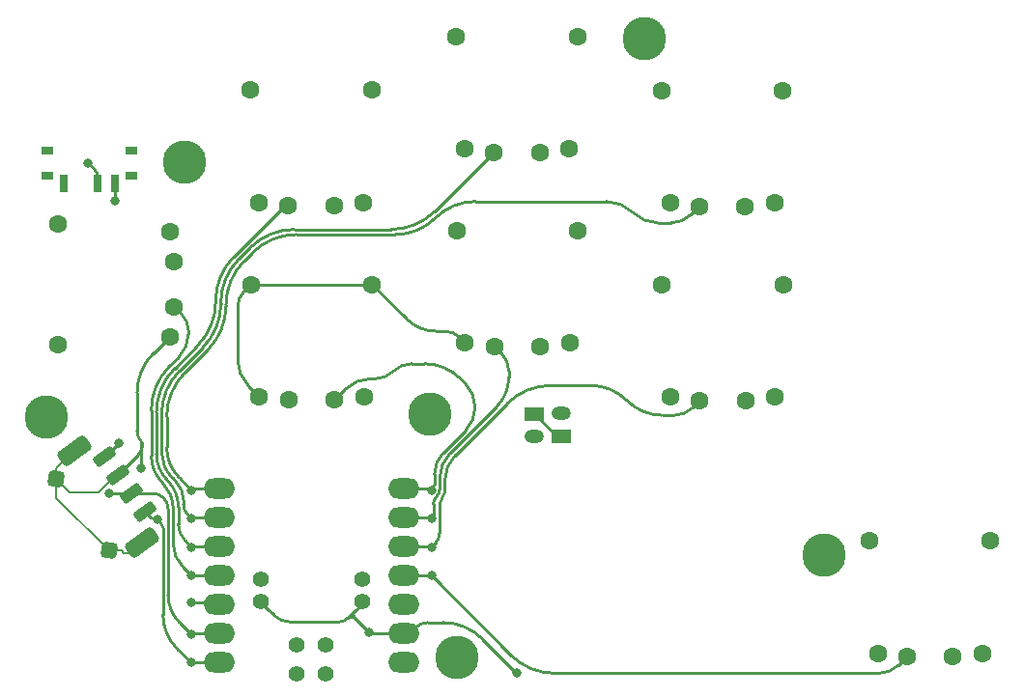
<source format=gbr>
%TF.GenerationSoftware,KiCad,Pcbnew,8.0.2*%
%TF.CreationDate,2024-07-15T13:11:32-05:00*%
%TF.ProjectId,bonsai,626f6e73-6169-42e6-9b69-6361645f7063,v1*%
%TF.SameCoordinates,Original*%
%TF.FileFunction,Copper,L2,Bot*%
%TF.FilePolarity,Positive*%
%FSLAX46Y46*%
G04 Gerber Fmt 4.6, Leading zero omitted, Abs format (unit mm)*
G04 Created by KiCad (PCBNEW 8.0.2) date 2024-07-15 13:11:32*
%MOMM*%
%LPD*%
G01*
G04 APERTURE LIST*
G04 Aperture macros list*
%AMRoundRect*
0 Rectangle with rounded corners*
0 $1 Rounding radius*
0 $2 $3 $4 $5 $6 $7 $8 $9 X,Y pos of 4 corners*
0 Add a 4 corners polygon primitive as box body*
4,1,4,$2,$3,$4,$5,$6,$7,$8,$9,$2,$3,0*
0 Add four circle primitives for the rounded corners*
1,1,$1+$1,$2,$3*
1,1,$1+$1,$4,$5*
1,1,$1+$1,$6,$7*
1,1,$1+$1,$8,$9*
0 Add four rect primitives between the rounded corners*
20,1,$1+$1,$2,$3,$4,$5,0*
20,1,$1+$1,$4,$5,$6,$7,0*
20,1,$1+$1,$6,$7,$8,$9,0*
20,1,$1+$1,$8,$9,$2,$3,0*%
%AMRotRect*
0 Rectangle, with rotation*
0 The origin of the aperture is its center*
0 $1 length*
0 $2 width*
0 $3 Rotation angle, in degrees counterclockwise*
0 Add horizontal line*
21,1,$1,$2,0,0,$3*%
G04 Aperture macros list end*
%TA.AperFunction,ComponentPad*%
%ADD10C,1.600000*%
%TD*%
%TA.AperFunction,ComponentPad*%
%ADD11C,3.800000*%
%TD*%
%TA.AperFunction,ComponentPad*%
%ADD12R,1.700000X1.200000*%
%TD*%
%TA.AperFunction,ComponentPad*%
%ADD13O,1.700000X1.200000*%
%TD*%
%TA.AperFunction,ComponentPad*%
%ADD14C,1.397000*%
%TD*%
%TA.AperFunction,SMDPad,CuDef*%
%ADD15O,2.750000X1.800000*%
%TD*%
%TA.AperFunction,SMDPad,CuDef*%
%ADD16R,1.000000X0.800000*%
%TD*%
%TA.AperFunction,SMDPad,CuDef*%
%ADD17R,0.700000X1.500000*%
%TD*%
%TA.AperFunction,SMDPad,CuDef*%
%ADD18RotRect,0.700000X1.500000X0.001000*%
%TD*%
%TA.AperFunction,SMDPad,CuDef*%
%ADD19RoundRect,0.250000X-0.752025X-0.243841X-0.455316X-0.646288X0.752025X0.243841X0.455316X0.646288X0*%
%TD*%
%TA.AperFunction,SMDPad,CuDef*%
%ADD20RoundRect,0.375000X-1.128038X-0.365761X-0.682973X-0.969431X1.128038X0.365761X0.682973X0.969431X0*%
%TD*%
%TA.AperFunction,SMDPad,CuDef*%
%ADD21RoundRect,0.350000X-0.398402X-0.293727X0.293727X-0.398402X0.398402X0.293727X-0.293727X0.398402X0*%
%TD*%
%TA.AperFunction,ViaPad*%
%ADD22C,0.800000*%
%TD*%
%TA.AperFunction,Conductor*%
%ADD23C,0.200000*%
%TD*%
%TA.AperFunction,Conductor*%
%ADD24C,0.250000*%
%TD*%
G04 APERTURE END LIST*
D10*
%TO.P,REF\u002A\u002A,1*%
%TO.N,K3*%
X38566400Y-49789000D03*
X42566400Y-49789000D03*
%TO.P,REF\u002A\u002A,2*%
%TO.N,GND*%
X35986400Y-49489000D03*
X45146400Y-49489000D03*
%TO.P,REF\u002A\u002A,4*%
X45866400Y-39639000D03*
%TO.P,REF\u002A\u002A,5*%
X35266400Y-39639000D03*
%TD*%
%TO.P,REF\u002A\u002A,1*%
%TO.N,K4*%
X74566400Y-32789000D03*
X78566400Y-32789000D03*
%TO.P,REF\u002A\u002A,2*%
%TO.N,GND*%
X71986400Y-32489000D03*
X81146400Y-32489000D03*
%TO.P,REF\u002A\u002A,4*%
%TO.N,N/C*%
X81866400Y-22639000D03*
%TO.P,REF\u002A\u002A,5*%
X71266400Y-22639000D03*
%TD*%
%TO.P,REF\u002A\u002A,1*%
%TO.N,K0*%
X92766400Y-72289000D03*
X96766400Y-72289000D03*
%TO.P,REF\u002A\u002A,2*%
%TO.N,GND*%
X90186400Y-71989000D03*
X99346400Y-71989000D03*
%TO.P,REF\u002A\u002A,4*%
%TO.N,N/C*%
X100066400Y-62139000D03*
%TO.P,REF\u002A\u002A,5*%
X89466400Y-62139000D03*
%TD*%
D11*
%TO.P,REF\u002A\u002A,1*%
%TO.N,N/C*%
X85500000Y-63350000D03*
%TD*%
%TO.P,REF\u002A\u002A,1*%
%TO.N,N/C*%
X53300000Y-72350000D03*
%TD*%
D10*
%TO.P,REF\u002A\u002A,1*%
%TO.N,K2*%
X56600000Y-45075000D03*
X60600000Y-45075000D03*
%TO.P,REF\u002A\u002A,2*%
%TO.N,GND*%
X54020000Y-44775000D03*
X63180000Y-44775000D03*
%TO.P,REF\u002A\u002A,4*%
%TO.N,N/C*%
X63900000Y-34925000D03*
%TO.P,REF\u002A\u002A,5*%
X53300000Y-34925000D03*
%TD*%
%TO.P,REF\u002A\u002A,1*%
%TO.N,K6*%
X38532800Y-32753000D03*
X42532800Y-32753000D03*
%TO.P,REF\u002A\u002A,2*%
%TO.N,GND*%
X35952800Y-32453000D03*
X45112800Y-32453000D03*
%TO.P,REF\u002A\u002A,4*%
%TO.N,N/C*%
X45832800Y-22603000D03*
%TO.P,REF\u002A\u002A,5*%
X35232800Y-22603000D03*
%TD*%
D11*
%TO.P,,1*%
%TO.N,N/C*%
X50950000Y-51050000D03*
%TD*%
D12*
%TO.P,REF\u002A\u002A,1*%
%TO.N,GND*%
X60066400Y-50989000D03*
D13*
%TO.P,REF\u002A\u002A,2*%
%TO.N,Bat+*%
X60066400Y-52989000D03*
%TD*%
D11*
%TO.P,REF\u002A\u002A,1*%
%TO.N,N/C*%
X29450000Y-28900000D03*
%TD*%
%TO.P,REF\u002A\u002A,1*%
%TO.N,N/C*%
X69700000Y-18050000D03*
%TD*%
%TO.P,REF\u002A\u002A,1*%
%TO.N,N/C*%
X17300000Y-51300000D03*
%TD*%
D10*
%TO.P,REF\u002A\u002A,1*%
%TO.N,K5*%
X56566400Y-28039000D03*
X60566400Y-28039000D03*
%TO.P,REF\u002A\u002A,2*%
%TO.N,GND*%
X53986400Y-27739000D03*
X63146400Y-27739000D03*
%TO.P,REF\u002A\u002A,4*%
%TO.N,N/C*%
X63866400Y-17889000D03*
%TO.P,REF\u002A\u002A,5*%
X53266400Y-17889000D03*
%TD*%
%TO.P,REF\u002A\u002A,1*%
%TO.N,K1*%
X74600000Y-49825000D03*
X78600000Y-49825000D03*
%TO.P,REF\u002A\u002A,2*%
%TO.N,GND*%
X72020000Y-49525000D03*
X81180000Y-49525000D03*
%TO.P,REF\u002A\u002A,4*%
%TO.N,N/C*%
X81900000Y-39675000D03*
%TO.P,REF\u002A\u002A,5*%
X71300000Y-39675000D03*
%TD*%
D14*
%TO.P,U?,19*%
%TO.N,RAW*%
X45041440Y-65510000D03*
X36151440Y-65510000D03*
%TO.P,U?,20*%
%TO.N,GND*%
X45041440Y-67415000D03*
X36151440Y-67415000D03*
%TD*%
D10*
%TO.P,REF\u002A\u002A,1*%
%TO.N,K7*%
X28466400Y-41639000D03*
X28466400Y-37639000D03*
%TO.P,REF\u002A\u002A,2*%
%TO.N,GND*%
X28166400Y-44219000D03*
X28166400Y-35059000D03*
%TO.P,REF\u002A\u002A,4*%
%TO.N,N/C*%
X18316400Y-34339000D03*
%TO.P,REF\u002A\u002A,5*%
X18316400Y-44939000D03*
%TD*%
D12*
%TO.P,REF\u002A\u002A,1*%
%TO.N,GND*%
X62450000Y-52975000D03*
D13*
%TO.P,REF\u002A\u002A,2*%
%TO.N,Bat+*%
X62450000Y-50975002D03*
%TD*%
D15*
%TO.P,U?,1*%
%TO.N,F1*%
X32471440Y-72809000D03*
%TO.P,U?,2*%
%TO.N,F2*%
X32471440Y-70269000D03*
%TO.P,U?,3*%
%TO.N,F3*%
X32471440Y-67729000D03*
%TO.P,U?,4*%
%TO.N,K7*%
X32471440Y-65189000D03*
%TO.P,U?,5*%
%TO.N,K6*%
X32471440Y-62649000D03*
%TO.P,U?,6*%
%TO.N,K5*%
X32471440Y-60109000D03*
%TO.P,U?,7*%
%TO.N,K4*%
X32471440Y-57569000D03*
%TO.P,U?,8*%
%TO.N,K3*%
X48661360Y-57569000D03*
%TO.P,U?,9*%
%TO.N,K2*%
X48661360Y-60109000D03*
%TO.P,U?,10*%
%TO.N,K1*%
X48661360Y-62649000D03*
%TO.P,U?,11*%
%TO.N,K0*%
X48661360Y-65189000D03*
%TO.P,U?,12*%
%TO.N,N/C*%
X48661360Y-67729000D03*
%TO.P,U?,13*%
%TO.N,GND*%
X48661360Y-70269000D03*
%TO.P,U?,14*%
%TO.N,N/C*%
X48661360Y-72809000D03*
D14*
%TO.P,U?,15*%
X39296400Y-73761000D03*
%TO.P,U?,16*%
X41836400Y-73761000D03*
%TO.P,U?,17*%
X39296400Y-71221000D03*
%TO.P,U?,18*%
X41836400Y-71221000D03*
%TD*%
D16*
%TO.P,REF\u002A\u002A,*%
%TO.N,*%
X17450001Y-27895000D03*
X17450001Y-30105000D03*
X24750000Y-30105001D03*
X24750001Y-27895000D03*
D17*
%TO.P,REF\u002A\u002A,1*%
%TO.N,N/C*%
X18850001Y-30755000D03*
D18*
%TO.P,REF\u002A\u002A,2*%
%TO.N,RAW*%
X21850002Y-30755001D03*
D17*
%TO.P,REF\u002A\u002A,3*%
%TO.N,Bat+*%
X23350001Y-30755000D03*
%TD*%
D19*
%TO.P,REF\u002A\u002A,A*%
%TO.N,F3*%
X22398491Y-54749752D03*
%TO.P,REF\u002A\u002A,B*%
%TO.N,F1*%
X25959009Y-59579119D03*
%TO.P,REF\u002A\u002A,C*%
%TO.N,GND*%
X23585337Y-56359546D03*
D20*
%TO.P,REF\u002A\u002A,MP*%
X19762848Y-54208118D03*
D21*
X18202149Y-56725406D03*
X22830814Y-63003576D03*
D20*
X25697036Y-62257055D03*
D19*
%TO.P,REF\u002A\u002A,S*%
%TO.N,F2*%
X24772170Y-57969327D03*
%TD*%
D22*
%TO.N,K5*%
X30066400Y-60189000D03*
%TO.N,GND*%
X25600000Y-55800000D03*
X45566400Y-70189000D03*
X58551047Y-73698953D03*
%TO.N,K6*%
X30066400Y-62689000D03*
%TO.N,K7*%
X30066400Y-65189000D03*
%TO.N,K1*%
X51066400Y-62689000D03*
%TO.N,K0*%
X51066400Y-65189000D03*
%TO.N,K2*%
X51066400Y-60189000D03*
%TO.N,K3*%
X51066400Y-57689000D03*
%TO.N,K4*%
X30066400Y-57689000D03*
%TO.N,Bat+*%
X23350000Y-32350000D03*
%TO.N,RAW*%
X21000000Y-29000000D03*
%TO.N,F1*%
X30000000Y-72800000D03*
X27100000Y-60250000D03*
%TO.N,F2*%
X22800000Y-58000000D03*
X30000000Y-70300000D03*
%TO.N,F3*%
X30000000Y-67500000D03*
X23675000Y-53525000D03*
%TD*%
D23*
%TO.N,GND*%
X18202149Y-58374911D02*
X22830814Y-63003576D01*
X18202149Y-56725406D02*
X18202149Y-58374911D01*
X23450504Y-56359546D02*
X23585337Y-56359546D01*
X21910050Y-57900000D02*
X23450504Y-56359546D01*
X19376743Y-57900000D02*
X21910050Y-57900000D01*
X18202149Y-56725406D02*
X19376743Y-57900000D01*
X24100000Y-63200000D02*
X24400000Y-63200000D01*
X23903576Y-63003576D02*
X24100000Y-63200000D01*
X22830814Y-63003576D02*
X23903576Y-63003576D01*
X24400000Y-63200000D02*
X25342945Y-62257055D01*
X25342945Y-62257055D02*
X25697036Y-62257055D01*
X18202149Y-55768817D02*
X19762848Y-54208118D01*
X18202149Y-56725406D02*
X18202149Y-55768817D01*
D24*
%TO.N,K5*%
X30066400Y-60189000D02*
X29703900Y-59826500D01*
X30066400Y-60189000D02*
X30106400Y-60149000D01*
X32616400Y-41352428D02*
X32616400Y-41256567D01*
X27422441Y-51054314D02*
X27422441Y-54324528D01*
X39047967Y-34825000D02*
X47526436Y-34825000D01*
X29341400Y-58532198D02*
X29341400Y-58951347D01*
X30202968Y-60109000D02*
X31996440Y-60109000D01*
X51374192Y-33231207D02*
X56566400Y-28039000D01*
X35200210Y-36418792D02*
X34210192Y-37408811D01*
X29016233Y-47206558D02*
X31022607Y-45200184D01*
X28381920Y-56640916D02*
X28682516Y-56941512D01*
X31022607Y-45200184D02*
G75*
G03*
X32616405Y-41352428I-3847807J3847784D01*
G01*
X28381920Y-56640916D02*
G75*
G02*
X27422419Y-54324528I2316380J2316416D01*
G01*
X39047967Y-34825000D02*
G75*
G03*
X35200217Y-36418799I33J-5441600D01*
G01*
X51374192Y-33231207D02*
G75*
G02*
X47526436Y-34825010I-3847792J3847807D01*
G01*
X29341400Y-58951347D02*
G75*
G03*
X29703935Y-59826465I1237600J47D01*
G01*
X30106400Y-60149000D02*
G75*
G02*
X30202968Y-60108987I96600J-96600D01*
G01*
X29341400Y-58532198D02*
G75*
G03*
X28682521Y-56941507I-2249600J-2D01*
G01*
X27422441Y-51054314D02*
G75*
G02*
X29016224Y-47206549I5441559J14D01*
G01*
X34210192Y-37408811D02*
G75*
G03*
X32616362Y-41256567I3847708J-3847789D01*
G01*
%TO.N,GND*%
X25591892Y-53375898D02*
X25557997Y-53342003D01*
X35266400Y-39639000D02*
X35263700Y-39639000D01*
X45866400Y-39639000D02*
X48910517Y-42683117D01*
X37266517Y-68661161D02*
X37103657Y-68498301D01*
X42940380Y-69250000D02*
X38688100Y-69250000D01*
X36121400Y-67463521D02*
X36121400Y-67411000D01*
X45041440Y-67511780D02*
X45041440Y-67415000D01*
X52102680Y-69300000D02*
X50790546Y-69300000D01*
X45702968Y-70269000D02*
X48451173Y-70269000D01*
X45540732Y-70090732D02*
X44375000Y-68925000D01*
X61911827Y-52834427D02*
X60066400Y-50989000D01*
X36151440Y-67480542D02*
X36151440Y-67415000D01*
X44374999Y-68274999D02*
X43725000Y-68925000D01*
X53507500Y-44262500D02*
X54020000Y-44775000D01*
X44374999Y-68274999D02*
X44973006Y-67676993D01*
X36777937Y-68172580D02*
X37103657Y-68498301D01*
X35038900Y-48541500D02*
X35986400Y-49489000D01*
X58551047Y-73698953D02*
X58525000Y-73698953D01*
X36414559Y-67809202D02*
X36777937Y-68172580D01*
X34091400Y-41635632D02*
X34091400Y-46254032D01*
X36158538Y-67553181D02*
X36414559Y-67809202D01*
X26720700Y-45664700D02*
X28166400Y-44219000D01*
X25600000Y-55800000D02*
X25612500Y-55787500D01*
X34676199Y-40223799D02*
X35259090Y-39640909D01*
X45566400Y-70152700D02*
X45566400Y-70189000D01*
X25275000Y-49154928D02*
X25275000Y-52511124D01*
X45566400Y-70189000D02*
X45606400Y-70229000D01*
X25391781Y-54553101D02*
X23585337Y-56359546D01*
X25673720Y-53872441D02*
X25673720Y-53473720D01*
X25625787Y-53457727D02*
X25625787Y-55765968D01*
X36414559Y-67809203D02*
X36197785Y-67592429D01*
X35271800Y-39639000D02*
X45866400Y-39639000D01*
X35271800Y-39639000D02*
X35266400Y-39639000D01*
X52270215Y-43750000D02*
X51486200Y-43750000D01*
X62251200Y-52975000D02*
X62450000Y-52975000D01*
X36414559Y-67809203D02*
X36777937Y-68172581D01*
X37103657Y-68498301D02*
X36777937Y-68172581D01*
X55512318Y-70712318D02*
X58480534Y-73680534D01*
X36158538Y-67553181D02*
G75*
G02*
X36121385Y-67463521I89662J89681D01*
G01*
X35038900Y-48541500D02*
G75*
G02*
X34091386Y-46254032I2287500J2287500D01*
G01*
X25275000Y-49154928D02*
G75*
G02*
X26720702Y-45664702I4935920J-2D01*
G01*
X58525000Y-73698953D02*
G75*
G02*
X58480540Y-73680528I0J62853D01*
G01*
X49620860Y-69784500D02*
G75*
G02*
X50790546Y-69300037I1169640J-1169700D01*
G01*
X25673720Y-53872441D02*
G75*
G02*
X25391765Y-54553085I-962620J41D01*
G01*
X25275000Y-52511124D02*
G75*
G03*
X25673736Y-53473704I1361300J24D01*
G01*
X44374999Y-68274999D02*
G75*
G03*
X44374999Y-68925001I325001J-325001D01*
G01*
X45041440Y-67511780D02*
G75*
G02*
X44973015Y-67677002I-233640J-20D01*
G01*
X37266517Y-68661161D02*
G75*
G03*
X38688100Y-69250006I1421583J1421561D01*
G01*
X36151440Y-67480542D02*
G75*
G03*
X36197800Y-67592414I158260J42D01*
G01*
X62251200Y-52975000D02*
G75*
G02*
X61911836Y-52834418I0J479900D01*
G01*
X34676199Y-40223799D02*
G75*
G03*
X34091412Y-41635632I1411801J-1411801D01*
G01*
X52102680Y-69300000D02*
G75*
G02*
X55512337Y-70712299I20J-4822000D01*
G01*
X45566400Y-70152700D02*
G75*
G03*
X45540725Y-70090739I-87600J0D01*
G01*
X49620860Y-69784500D02*
G75*
G02*
X48451173Y-70268977I-1169660J1169700D01*
G01*
X25612500Y-55787500D02*
G75*
G03*
X25625799Y-55765973I-56700J49900D01*
G01*
X35263700Y-39639000D02*
G75*
G03*
X35259094Y-39640913I0J-6500D01*
G01*
X36777937Y-68172581D02*
X36777937Y-68172580D01*
X45702968Y-70269000D02*
G75*
G02*
X45606409Y-70228991I32J136600D01*
G01*
X52270215Y-43750000D02*
G75*
G02*
X53507495Y-44262505I-15J-1749800D01*
G01*
X36414559Y-67809203D02*
X36414559Y-67809202D01*
X42940380Y-69250000D02*
G75*
G03*
X43725006Y-68925006I20J1109600D01*
G01*
X51486200Y-43750000D02*
G75*
G02*
X48910510Y-42683124I0J3642600D01*
G01*
X25591892Y-53375898D02*
G75*
G02*
X25625778Y-53457727I-81792J-81802D01*
G01*
X43725000Y-68925000D02*
G75*
G02*
X44375000Y-68925000I325000J-324998D01*
G01*
%TO.N,K6*%
X28566233Y-47020161D02*
X30572607Y-45013788D01*
X30066400Y-62689000D02*
X30086400Y-62669000D01*
X32166400Y-41070171D02*
X32166400Y-41166032D01*
X38122413Y-32860194D02*
X33760192Y-37222415D01*
X38381204Y-32753000D02*
X38532800Y-32753000D01*
X30134684Y-62649000D02*
X31996440Y-62649000D01*
X30066400Y-62689000D02*
X29478900Y-62101500D01*
X26972441Y-54510924D02*
X26972441Y-50867918D01*
X28891400Y-60683149D02*
X28891400Y-59143700D01*
X28891400Y-60683149D02*
G75*
G03*
X29478900Y-62101500I2005850J-1D01*
G01*
X38122413Y-32860194D02*
G75*
G02*
X38381204Y-32753006I258787J-258806D01*
G01*
X27931920Y-56827312D02*
G75*
G02*
X28891390Y-59143700I-2316420J-2316388D01*
G01*
X32166400Y-41166032D02*
G75*
G02*
X30572608Y-45013789I-5441560J2D01*
G01*
X27931920Y-56827312D02*
G75*
G02*
X26972421Y-54510924I2316380J2316412D01*
G01*
X30134684Y-62649000D02*
G75*
G03*
X30086405Y-62669005I16J-68300D01*
G01*
X33760192Y-37222415D02*
G75*
G03*
X32166365Y-41070171I3847708J-3847785D01*
G01*
X28566233Y-47020161D02*
G75*
G03*
X26972456Y-50867918I3847767J-3847739D01*
G01*
%TO.N,K7*%
X26522441Y-54697320D02*
X26522441Y-50681522D01*
X28515200Y-41639000D02*
X28466400Y-41639000D01*
X29253900Y-64376500D02*
X30066400Y-65189000D01*
X30066400Y-65189000D02*
X31996440Y-65189000D01*
X28952988Y-45997011D02*
X28116233Y-46833765D01*
X28441400Y-62414951D02*
X28441400Y-59330096D01*
X29775000Y-43706306D02*
X29775000Y-44012500D01*
X28598506Y-41673506D02*
X29169500Y-42244500D01*
X26522441Y-50681522D02*
G75*
G02*
X28116233Y-46833765I5441549J2D01*
G01*
X27481920Y-57013708D02*
G75*
G02*
X28441393Y-59330096I-2316420J-2316392D01*
G01*
X28441400Y-62414951D02*
G75*
G03*
X29253903Y-64376497I2774040J1D01*
G01*
X29169500Y-42244500D02*
G75*
G02*
X29774997Y-43706306I-1461800J-1461800D01*
G01*
X28952988Y-45997011D02*
G75*
G03*
X29775006Y-44012500I-1984488J1984511D01*
G01*
X28598506Y-41673506D02*
G75*
G03*
X28515200Y-41638996I-83306J-83294D01*
G01*
X27481920Y-57013708D02*
G75*
G02*
X26522424Y-54697320I2316380J2316408D01*
G01*
%TO.N,K1*%
X51428900Y-62326500D02*
X51066400Y-62689000D01*
X53166684Y-54633314D02*
X57699009Y-50100990D01*
X51046400Y-62669000D02*
X51066400Y-62689000D01*
X65031132Y-48507198D02*
X61546765Y-48507198D01*
X51791400Y-61451347D02*
X51791400Y-58943899D01*
X52241400Y-56867150D02*
X52241400Y-57857502D01*
X73950000Y-50475000D02*
X74600000Y-49825000D01*
X50998115Y-62649000D02*
X49136360Y-62649000D01*
X72380761Y-51125000D02*
X71351065Y-51125000D01*
X51428900Y-62326500D02*
G75*
G03*
X51791420Y-61451347I-875200J875200D01*
G01*
X68191099Y-49816099D02*
G75*
G03*
X65031132Y-48507185I-3159999J-3160001D01*
G01*
X71351065Y-51125000D02*
G75*
G02*
X68191110Y-49816088I35J4468900D01*
G01*
X52016400Y-58400701D02*
G75*
G03*
X52241402Y-57857502I-543200J543201D01*
G01*
X52016400Y-58400701D02*
G75*
G03*
X51791400Y-58943899I543200J-543199D01*
G01*
X51046400Y-62669000D02*
G75*
G03*
X50998115Y-62648993I-48300J-48300D01*
G01*
X57699009Y-50100990D02*
G75*
G02*
X61546765Y-48507159I3847791J-3847710D01*
G01*
X72380761Y-51125000D02*
G75*
G03*
X73950011Y-50475011I39J2219200D01*
G01*
X52241400Y-56867150D02*
G75*
G02*
X53166685Y-54633315I3159120J0D01*
G01*
%TO.N,K0*%
X61881363Y-73750000D02*
X90272316Y-73750000D01*
X58033607Y-72156207D02*
X51066400Y-65189000D01*
X92035900Y-73019500D02*
X92766400Y-72289000D01*
X51066400Y-65189000D02*
X49136360Y-65189000D01*
X92035900Y-73019500D02*
G75*
G02*
X90272316Y-73750007I-1763600J1763600D01*
G01*
X58033607Y-72156207D02*
G75*
G03*
X61881363Y-73750011I3847793J3847807D01*
G01*
%TO.N,K2*%
X51791400Y-57606477D02*
X51791400Y-56680754D01*
X51158200Y-60097200D02*
X51066400Y-60189000D01*
X57850000Y-47208883D02*
X57850000Y-47819302D01*
X51026400Y-60149000D02*
X51066400Y-60189000D01*
X50929831Y-60109000D02*
X49136360Y-60109000D01*
X51250000Y-58913532D02*
X51250000Y-59875575D01*
X56793368Y-50370235D02*
X52716684Y-54446918D01*
X57225000Y-45700000D02*
X56600000Y-45075000D01*
X51791400Y-57606477D02*
G75*
G02*
X51520706Y-58260011I-924200J-23D01*
G01*
X51250000Y-58913532D02*
G75*
G02*
X51520689Y-58259994I924200J32D01*
G01*
X51791400Y-56680754D02*
G75*
G02*
X52716683Y-54446917I3159120J4D01*
G01*
X56793368Y-50370235D02*
G75*
G03*
X57849990Y-47819302I-2550968J2550935D01*
G01*
X57850000Y-47208883D02*
G75*
G03*
X57224995Y-45700005I-2133900J-17D01*
G01*
X51158200Y-60097200D02*
G75*
G03*
X51249990Y-59875575I-221600J221600D01*
G01*
X51026400Y-60149000D02*
G75*
G03*
X50929831Y-60108987I-96600J-96600D01*
G01*
%TO.N,K3*%
X50861547Y-57569000D02*
X49136360Y-57569000D01*
X46156861Y-47914000D02*
X45763700Y-47914000D01*
X51066400Y-57689000D02*
X51006400Y-57629000D01*
X51203900Y-57551500D02*
X51066400Y-57689000D01*
X54041852Y-48341852D02*
X53600000Y-47900000D01*
X43506392Y-48849007D02*
X42566400Y-49789000D01*
X49329138Y-46600000D02*
X50461522Y-46600000D01*
X51341400Y-57219545D02*
X51341400Y-56299904D01*
X54041852Y-52485355D02*
X52129184Y-54398023D01*
X54041852Y-52485355D02*
G75*
G03*
X54900002Y-50413604I-2071752J2071755D01*
G01*
X50861547Y-57569000D02*
G75*
G02*
X51006386Y-57629014I-47J-204900D01*
G01*
X45763700Y-47914000D02*
G75*
G03*
X43506396Y-48849011I0J-3192300D01*
G01*
X50461522Y-46600000D02*
G75*
G02*
X53599993Y-47900007I-22J-4438500D01*
G01*
X49329138Y-46600000D02*
G75*
G03*
X47742989Y-47256989I-38J-2243100D01*
G01*
X54041852Y-48341852D02*
G75*
G02*
X54899997Y-50413604I-2071752J-2071748D01*
G01*
X52129184Y-54398023D02*
G75*
G03*
X51341412Y-56299904I1901916J-1901877D01*
G01*
X46156861Y-47914000D02*
G75*
G03*
X47743011Y-47257011I39J2243100D01*
G01*
X51203900Y-57551500D02*
G75*
G03*
X51341419Y-57219545I-332000J332000D01*
G01*
%TO.N,K4*%
X54917405Y-32375000D02*
X66424174Y-32375000D01*
X39234363Y-35275000D02*
X47916186Y-35275000D01*
X28969420Y-56592020D02*
X30066400Y-57689000D01*
X30126400Y-57629000D02*
X30066400Y-57689000D01*
X33066400Y-41442963D02*
X33066400Y-41538824D01*
X72072316Y-34250000D02*
X70950825Y-34250000D01*
X27872441Y-53943677D02*
X27872441Y-51240710D01*
X30271252Y-57569000D02*
X31996440Y-57569000D01*
X35386607Y-36868792D02*
X34660192Y-37595206D01*
X29466233Y-47392953D02*
X31472607Y-45386580D01*
X73835900Y-33519500D02*
X74566400Y-32789000D01*
X68687500Y-33312500D02*
G75*
G03*
X70950825Y-34249990I2263300J2263300D01*
G01*
X33066400Y-41538824D02*
G75*
G02*
X31472607Y-45386580I-5441560J4D01*
G01*
X29466233Y-47392953D02*
G75*
G03*
X27872450Y-51240710I3847767J-3847747D01*
G01*
X35386607Y-36868792D02*
G75*
G02*
X39234363Y-35274959I3847793J-3847708D01*
G01*
X72072316Y-34250000D02*
G75*
G03*
X73835895Y-33519495I-16J2494100D01*
G01*
X28969420Y-56592020D02*
G75*
G02*
X27872468Y-53943677I2648380J2648320D01*
G01*
X33066400Y-41442963D02*
G75*
G02*
X34660191Y-37595205I5441550J3D01*
G01*
X51416796Y-33825000D02*
G75*
G02*
X47916186Y-35274993I-3500596J3500600D01*
G01*
X30126400Y-57629000D02*
G75*
G02*
X30271252Y-57569022I144800J-144800D01*
G01*
X51416796Y-33825000D02*
G75*
G02*
X54917405Y-32375001I3500604J-3500600D01*
G01*
X66424174Y-32375000D02*
G75*
G02*
X68687507Y-33312493I26J-3200800D01*
G01*
%TO.N,Bat+*%
X23350000Y-30755001D02*
X23350000Y-32350000D01*
X23350001Y-30755000D02*
X23350000Y-30755001D01*
%TO.N,RAW*%
X21850002Y-30302501D02*
X21850002Y-30755001D01*
X21530036Y-29530036D02*
X21000000Y-29000000D01*
X21850002Y-30302501D02*
G75*
G03*
X21530031Y-29530041I-1092402J1D01*
G01*
%TO.N,F1*%
X27100000Y-60250000D02*
X26864945Y-60250000D01*
X30000000Y-72800000D02*
X30004500Y-72804500D01*
X30015363Y-72809000D02*
X31996440Y-72809000D01*
X27541400Y-68602907D02*
X27541400Y-61003516D01*
X26463681Y-60083791D02*
X25959009Y-59579119D01*
X30000000Y-72800000D02*
X28770700Y-71570700D01*
X27100000Y-60250000D02*
X27320700Y-60470700D01*
X27541400Y-61003516D02*
G75*
G03*
X27320705Y-60470695I-753500J16D01*
G01*
X27541400Y-68602907D02*
G75*
G03*
X28770702Y-71570698I4197100J7D01*
G01*
X30015363Y-72809000D02*
G75*
G02*
X30004511Y-72804489I37J15400D01*
G01*
X26864945Y-60250000D02*
G75*
G02*
X26463653Y-60083819I-45J567500D01*
G01*
%TO.N,F2*%
X22852362Y-57969327D02*
X24772170Y-57969327D01*
X27991400Y-59330015D02*
X27991400Y-66871105D01*
X30000000Y-70300000D02*
X30015500Y-70284500D01*
X26630711Y-57969327D02*
X24772170Y-57969327D01*
X30000000Y-70300000D02*
X28995700Y-69295700D01*
X22815336Y-57984663D02*
X22800000Y-58000000D01*
X30052920Y-70269000D02*
X31996440Y-70269000D01*
X27592863Y-58367863D02*
G75*
G03*
X26630711Y-57969314I-962163J-962137D01*
G01*
X30015500Y-70284500D02*
G75*
G02*
X30052920Y-70269008I37400J-37400D01*
G01*
X22852362Y-57969327D02*
G75*
G03*
X22815353Y-57984680I38J-52373D01*
G01*
X27592863Y-58367863D02*
G75*
G02*
X27991386Y-59330015I-962163J-962137D01*
G01*
X28995700Y-69295700D02*
G75*
G02*
X27991398Y-66871105I2424600J2424600D01*
G01*
%TO.N,F3*%
X31743022Y-67729000D02*
X31996440Y-67729000D01*
X31190167Y-67500000D02*
X30000000Y-67500000D01*
X22422461Y-54749752D02*
X22424369Y-54749752D01*
X22381541Y-54732802D02*
X22364591Y-54715852D01*
X23675000Y-53525000D02*
X22468546Y-54731453D01*
X31466595Y-67614500D02*
G75*
G03*
X31743022Y-67728992I276405J276400D01*
G01*
X31466595Y-67614500D02*
G75*
G03*
X31190167Y-67500015I-276395J-276400D01*
G01*
X22381541Y-54732802D02*
G75*
G03*
X22422461Y-54749784I40959J40902D01*
G01*
X22424369Y-54749752D02*
G75*
G03*
X22468557Y-54731464I31J62452D01*
G01*
%TD*%
M02*

</source>
